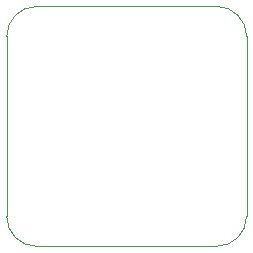
<source format=gbr>
%TF.GenerationSoftware,KiCad,Pcbnew,(6.0.0-0)*%
%TF.CreationDate,2022-02-05T18:01:00-08:00*%
%TF.ProjectId,pca9633pw-breakout,70636139-3633-4337-9077-2d627265616b,v1*%
%TF.SameCoordinates,Original*%
%TF.FileFunction,Profile,NP*%
%FSLAX46Y46*%
G04 Gerber Fmt 4.6, Leading zero omitted, Abs format (unit mm)*
G04 Created by KiCad (PCBNEW (6.0.0-0)) date 2022-02-05 18:01:00*
%MOMM*%
%LPD*%
G01*
G04 APERTURE LIST*
%TA.AperFunction,Profile*%
%ADD10C,0.100000*%
%TD*%
G04 APERTURE END LIST*
D10*
X142240000Y-66040000D02*
X157480000Y-66040000D01*
X139700000Y-83820000D02*
X139700000Y-68580000D01*
X157480000Y-86360000D02*
X142240000Y-86360000D01*
X160020000Y-83820000D02*
X160020000Y-68580000D01*
X142240000Y-66040000D02*
G75*
G03*
X139700000Y-68580000I0J-2540000D01*
G01*
X139700000Y-83820000D02*
G75*
G03*
X142240000Y-86360000I2540000J0D01*
G01*
X157480000Y-86360000D02*
G75*
G03*
X160020000Y-83820000I0J2540000D01*
G01*
X160020000Y-68580000D02*
G75*
G03*
X157480000Y-66040000I-2540000J0D01*
G01*
M02*

</source>
